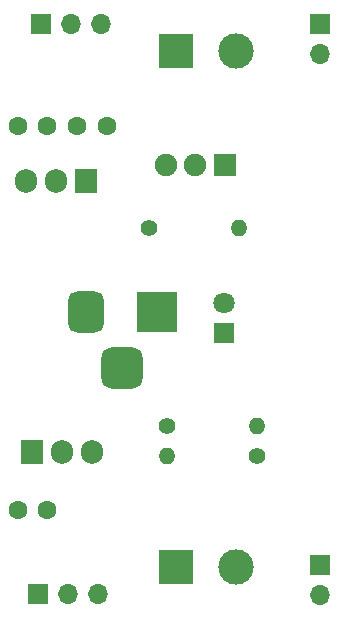
<source format=gbs>
%TF.GenerationSoftware,KiCad,Pcbnew,7.0.5-0*%
%TF.CreationDate,2023-07-08T23:53:13+02:00*%
%TF.ProjectId,Breadboard Power Supply,42726561-6462-46f6-9172-6420506f7765,rev?*%
%TF.SameCoordinates,Original*%
%TF.FileFunction,Soldermask,Bot*%
%TF.FilePolarity,Negative*%
%FSLAX46Y46*%
G04 Gerber Fmt 4.6, Leading zero omitted, Abs format (unit mm)*
G04 Created by KiCad (PCBNEW 7.0.5-0) date 2023-07-08 23:53:13*
%MOMM*%
%LPD*%
G01*
G04 APERTURE LIST*
G04 Aperture macros list*
%AMRoundRect*
0 Rectangle with rounded corners*
0 $1 Rounding radius*
0 $2 $3 $4 $5 $6 $7 $8 $9 X,Y pos of 4 corners*
0 Add a 4 corners polygon primitive as box body*
4,1,4,$2,$3,$4,$5,$6,$7,$8,$9,$2,$3,0*
0 Add four circle primitives for the rounded corners*
1,1,$1+$1,$2,$3*
1,1,$1+$1,$4,$5*
1,1,$1+$1,$6,$7*
1,1,$1+$1,$8,$9*
0 Add four rect primitives between the rounded corners*
20,1,$1+$1,$2,$3,$4,$5,0*
20,1,$1+$1,$4,$5,$6,$7,0*
20,1,$1+$1,$6,$7,$8,$9,0*
20,1,$1+$1,$8,$9,$2,$3,0*%
G04 Aperture macros list end*
%ADD10R,1.905000X2.000000*%
%ADD11O,1.905000X2.000000*%
%ADD12C,1.900000*%
%ADD13R,1.900000X1.900000*%
%ADD14C,1.400000*%
%ADD15O,1.400000X1.400000*%
%ADD16O,1.700000X1.700000*%
%ADD17R,1.700000X1.700000*%
%ADD18R,3.000000X3.000000*%
%ADD19C,3.000000*%
%ADD20RoundRect,0.875000X-0.875000X-0.875000X0.875000X-0.875000X0.875000X0.875000X-0.875000X0.875000X0*%
%ADD21RoundRect,0.750000X-0.750000X-1.000000X0.750000X-1.000000X0.750000X1.000000X-0.750000X1.000000X0*%
%ADD22R,3.500000X3.500000*%
%ADD23C,1.800000*%
%ADD24R,1.800000X1.800000*%
%ADD25C,1.600000*%
G04 APERTURE END LIST*
D10*
%TO.C,U2*%
X127508000Y-85923000D03*
D11*
X124968000Y-85923000D03*
X122428000Y-85923000D03*
%TD*%
D10*
%TO.C,U1*%
X122936000Y-108895000D03*
D11*
X125476000Y-108895000D03*
X128016000Y-108895000D03*
%TD*%
D12*
%TO.C,S1*%
X134248000Y-84582000D03*
X136748000Y-84582000D03*
D13*
X139248000Y-84582000D03*
%TD*%
D14*
%TO.C,R3*%
X134348000Y-106680000D03*
D15*
X141968000Y-106680000D03*
%TD*%
D14*
%TO.C,R2*%
X141968000Y-109220000D03*
D15*
X134348000Y-109220000D03*
%TD*%
%TO.C,R1*%
X140462000Y-89916000D03*
D14*
X132842000Y-89916000D03*
%TD*%
D16*
%TO.C,J7*%
X147320000Y-75184000D03*
D17*
X147320000Y-72644000D03*
%TD*%
%TO.C,J6*%
X123713000Y-72644000D03*
D16*
X126253000Y-72644000D03*
X128793000Y-72644000D03*
%TD*%
%TO.C,J5*%
X147320000Y-120990000D03*
D17*
X147320000Y-118450000D03*
%TD*%
%TO.C,J4*%
X123444000Y-120904000D03*
D16*
X125984000Y-120904000D03*
X128524000Y-120904000D03*
%TD*%
D18*
%TO.C,J3*%
X135128000Y-74930000D03*
D19*
X140208000Y-74930000D03*
%TD*%
D18*
%TO.C,J2*%
X135128000Y-118618000D03*
D19*
X140208000Y-118618000D03*
%TD*%
D20*
%TO.C,J1*%
X130508000Y-101728000D03*
D21*
X127508000Y-97028000D03*
D22*
X133508000Y-97028000D03*
%TD*%
D23*
%TO.C,D1*%
X139192000Y-96271000D03*
D24*
X139192000Y-98811000D03*
%TD*%
D25*
%TO.C,C3*%
X121686000Y-81280000D03*
X124186000Y-81280000D03*
%TD*%
%TO.C,C2*%
X124186000Y-113792000D03*
X121686000Y-113792000D03*
%TD*%
%TO.C,C1*%
X129246000Y-81280000D03*
X126746000Y-81280000D03*
%TD*%
M02*

</source>
